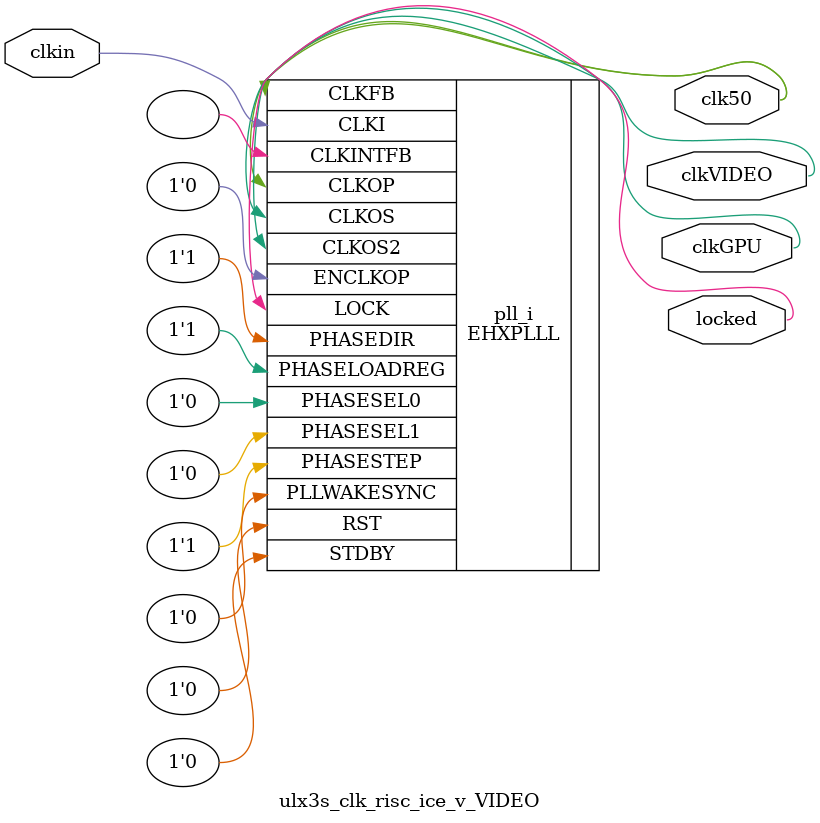
<source format=v>
module ulx3s_clk_risc_ice_v_VIDEO
(
    input clkin,         // 25 MHz, 0 deg
    output  clkVIDEO,    // 25 MHz, 0 deg       // VIDEO
    output  clkGPU,      // 25 MHz, 0 deg       // GPU
    output  clk50,
    output  locked
);
(* FREQUENCY_PIN_CLKI="25" *)
(* FREQUENCY_PIN_CLKOP="50" *)
(* FREQUENCY_PIN_CLKOS="25" *)
(* FREQUENCY_PIN_CLKOS2="25" *)
(* FREQUENCY_PIN_CLKOS3="25" *)
(* ICP_CURRENT="12" *) (* LPF_RESISTOR="8" *) (* MFG_ENABLE_FILTEROPAMP="1" *) (* MFG_GMCREF_SEL="2" *)
EHXPLLL #(
        .PLLRST_ENA("DISABLED"),
        .INTFB_WAKE("DISABLED"),
        .STDBY_ENABLE("DISABLED"),
        .DPHASE_SOURCE("DISABLED"),
        .OUTDIVIDER_MUXA("DIVA"),
        .OUTDIVIDER_MUXB("DIVB"),
        .OUTDIVIDER_MUXC("DIVC"),
        .OUTDIVIDER_MUXD("DIVD"),
        .CLKI_DIV(1),
        .CLKOP_ENABLE("ENABLED"),
        .CLKOP_DIV(12),
        .CLKOP_CPHASE(5),
        .CLKOP_FPHASE(0),
        .CLKOS_ENABLE("ENABLED"),
        .CLKOS_DIV(24),
        .CLKOS_CPHASE(5),
        .CLKOS_FPHASE(0),
        .CLKOS2_ENABLE("ENABLED"),
        .CLKOS2_DIV(24),
        .CLKOS2_CPHASE(5),
        .CLKOS2_FPHASE(0),
        .FEEDBK_PATH("CLKOP"),
        .CLKFB_DIV(2)
    ) pll_i (
        .RST(1'b0),
        .STDBY(1'b0),
        .CLKI(clkin),
        .CLKOP(clk50),
        .CLKOS(clkVIDEO),
        .CLKOS2(clkGPU),
        .CLKFB(clk50),
        .CLKINTFB(),
        .PHASESEL0(1'b0),
        .PHASESEL1(1'b0),
        .PHASEDIR(1'b1),
        .PHASESTEP(1'b1),
        .PHASELOADREG(1'b1),
        .PLLWAKESYNC(1'b0),
        .ENCLKOP(1'b0),
        .LOCK(locked)
	);
endmodule

</source>
